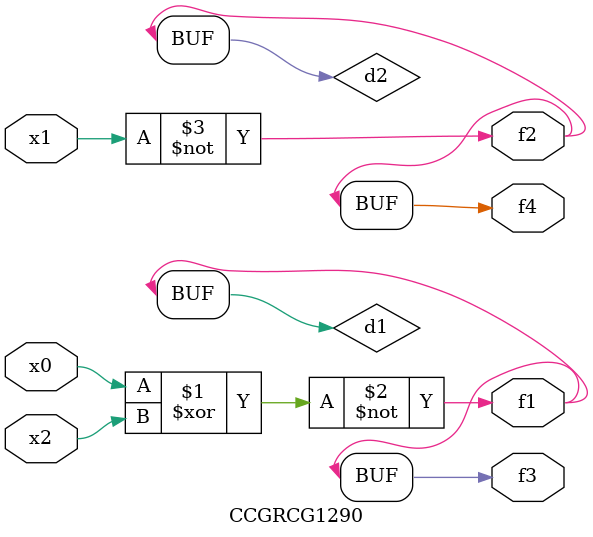
<source format=v>
module CCGRCG1290(
	input x0, x1, x2,
	output f1, f2, f3, f4
);

	wire d1, d2, d3;

	xnor (d1, x0, x2);
	nand (d2, x1);
	nor (d3, x1, x2);
	assign f1 = d1;
	assign f2 = d2;
	assign f3 = d1;
	assign f4 = d2;
endmodule

</source>
